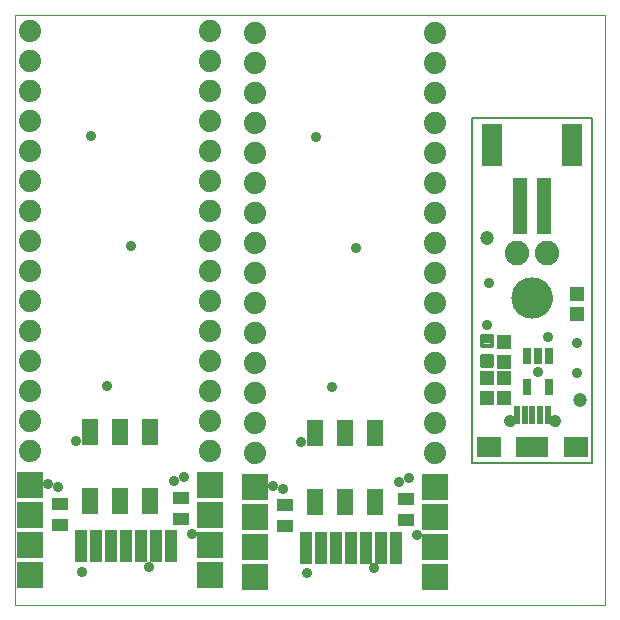
<source format=gts>
G75*
%MOIN*%
%OFA0B0*%
%FSLAX25Y25*%
%IPPOS*%
%LPD*%
%AMOC8*
5,1,8,0,0,1.08239X$1,22.5*
%
%ADD10C,0.00004*%
%ADD11C,0.00800*%
%ADD12C,0.07400*%
%ADD13R,0.05800X0.08800*%
%ADD14R,0.04343X0.10643*%
%ADD15R,0.08800X0.08800*%
%ADD16R,0.05524X0.03950*%
%ADD17C,0.01421*%
%ADD18R,0.04737X0.05131*%
%ADD19R,0.02965X0.05524*%
%ADD20C,0.00000*%
%ADD21C,0.13800*%
%ADD22C,0.08200*%
%ADD23R,0.02375X0.06312*%
%ADD24C,0.04146*%
%ADD25R,0.07874X0.06693*%
%ADD26R,0.10630X0.06693*%
%ADD27C,0.04737*%
%ADD28R,0.04737X0.18910*%
%ADD29R,0.07099X0.14186*%
%ADD30C,0.03600*%
%ADD31C,0.03556*%
%ADD32C,0.03587*%
D10*
X0001500Y0052494D02*
X0001500Y0249344D01*
X0198350Y0249344D01*
X0198350Y0052494D01*
X0001500Y0052494D01*
D11*
X0154000Y0099994D02*
X0194000Y0099994D01*
X0194000Y0214994D01*
X0154000Y0214994D01*
X0154000Y0099994D01*
D12*
X0141500Y0103305D03*
X0141500Y0113305D03*
X0141500Y0123305D03*
X0141500Y0133305D03*
X0141500Y0143305D03*
X0141500Y0153305D03*
X0141500Y0163305D03*
X0141500Y0173305D03*
X0141500Y0183305D03*
X0141500Y0193305D03*
X0141500Y0203305D03*
X0141500Y0213305D03*
X0141500Y0223305D03*
X0141500Y0233305D03*
X0141500Y0243305D03*
X0081500Y0243305D03*
X0081500Y0233305D03*
X0081500Y0223305D03*
X0081500Y0213305D03*
X0081500Y0203305D03*
X0081500Y0193305D03*
X0081500Y0183305D03*
X0081500Y0173305D03*
X0081500Y0163305D03*
X0081500Y0153305D03*
X0081500Y0143305D03*
X0081500Y0133305D03*
X0081500Y0123305D03*
X0081500Y0113305D03*
X0081500Y0103305D03*
X0066500Y0103805D03*
X0066500Y0113805D03*
X0066500Y0123805D03*
X0066500Y0133805D03*
X0066500Y0143805D03*
X0066500Y0153805D03*
X0066500Y0163805D03*
X0066500Y0173805D03*
X0066500Y0183805D03*
X0066500Y0193805D03*
X0066500Y0203805D03*
X0066500Y0213805D03*
X0066500Y0223805D03*
X0066500Y0233805D03*
X0066500Y0243805D03*
X0006500Y0243805D03*
X0006500Y0233805D03*
X0006500Y0223805D03*
X0006500Y0213805D03*
X0006500Y0203805D03*
X0006500Y0193805D03*
X0006500Y0183805D03*
X0006500Y0173805D03*
X0006500Y0163805D03*
X0006500Y0153805D03*
X0006500Y0143805D03*
X0006500Y0133805D03*
X0006500Y0123805D03*
X0006500Y0113805D03*
X0006500Y0103805D03*
D13*
X0026500Y0110305D03*
X0036500Y0110305D03*
X0046500Y0110305D03*
X0046500Y0087305D03*
X0036500Y0087305D03*
X0026500Y0087305D03*
X0101500Y0086805D03*
X0111500Y0086805D03*
X0121500Y0086805D03*
X0121500Y0109805D03*
X0111500Y0109805D03*
X0101500Y0109805D03*
D14*
X0103583Y0071722D03*
X0098583Y0071722D03*
X0108583Y0071722D03*
X0113583Y0071722D03*
X0118583Y0071722D03*
X0123583Y0071722D03*
X0128583Y0071722D03*
X0053583Y0072222D03*
X0048583Y0072222D03*
X0043583Y0072222D03*
X0038583Y0072222D03*
X0033583Y0072222D03*
X0028583Y0072222D03*
X0023583Y0072222D03*
D15*
X0006500Y0072494D03*
X0006500Y0062494D03*
X0006500Y0082494D03*
X0006500Y0092494D03*
X0066500Y0092494D03*
X0066500Y0082494D03*
X0066500Y0072494D03*
X0066500Y0062494D03*
X0081500Y0061994D03*
X0081500Y0071994D03*
X0081500Y0081994D03*
X0081500Y0091994D03*
X0141500Y0091994D03*
X0141500Y0081994D03*
X0141500Y0071994D03*
X0141500Y0061994D03*
D16*
X0132000Y0080762D03*
X0132000Y0087848D03*
X0091500Y0085848D03*
X0091500Y0078762D03*
X0057000Y0081262D03*
X0057000Y0088348D03*
X0016500Y0086348D03*
X0016500Y0079262D03*
D17*
X0157342Y0132153D02*
X0160658Y0132153D01*
X0157342Y0132153D02*
X0157342Y0135469D01*
X0160658Y0135469D01*
X0160658Y0132153D01*
X0160658Y0133573D02*
X0157342Y0133573D01*
X0157342Y0134993D02*
X0160658Y0134993D01*
X0160658Y0139059D02*
X0157342Y0139059D01*
X0157342Y0142375D01*
X0160658Y0142375D01*
X0160658Y0139059D01*
X0160658Y0140479D02*
X0157342Y0140479D01*
X0157342Y0141899D02*
X0160658Y0141899D01*
D18*
X0164450Y0140251D03*
X0164450Y0133558D03*
X0164440Y0128111D03*
X0164440Y0121418D03*
X0158950Y0121428D03*
X0158950Y0128121D03*
X0189050Y0149618D03*
X0189050Y0156311D03*
D19*
X0179640Y0135483D03*
X0175900Y0135483D03*
X0172160Y0135483D03*
X0172160Y0125246D03*
X0179640Y0125246D03*
D20*
X0179807Y0113936D02*
X0179809Y0114017D01*
X0179815Y0114099D01*
X0179825Y0114180D01*
X0179839Y0114260D01*
X0179856Y0114339D01*
X0179878Y0114418D01*
X0179903Y0114495D01*
X0179932Y0114572D01*
X0179965Y0114646D01*
X0180002Y0114719D01*
X0180041Y0114790D01*
X0180085Y0114859D01*
X0180131Y0114926D01*
X0180181Y0114990D01*
X0180234Y0115052D01*
X0180290Y0115112D01*
X0180348Y0115168D01*
X0180410Y0115222D01*
X0180474Y0115273D01*
X0180540Y0115320D01*
X0180608Y0115364D01*
X0180679Y0115405D01*
X0180751Y0115442D01*
X0180826Y0115476D01*
X0180901Y0115506D01*
X0180979Y0115532D01*
X0181057Y0115555D01*
X0181136Y0115573D01*
X0181216Y0115588D01*
X0181297Y0115599D01*
X0181378Y0115606D01*
X0181460Y0115609D01*
X0181541Y0115608D01*
X0181622Y0115603D01*
X0181703Y0115594D01*
X0181784Y0115581D01*
X0181864Y0115564D01*
X0181942Y0115544D01*
X0182020Y0115519D01*
X0182097Y0115491D01*
X0182172Y0115459D01*
X0182245Y0115424D01*
X0182316Y0115385D01*
X0182386Y0115342D01*
X0182453Y0115297D01*
X0182519Y0115248D01*
X0182581Y0115196D01*
X0182641Y0115140D01*
X0182698Y0115082D01*
X0182753Y0115022D01*
X0182804Y0114958D01*
X0182852Y0114893D01*
X0182897Y0114825D01*
X0182939Y0114755D01*
X0182977Y0114683D01*
X0183012Y0114609D01*
X0183043Y0114534D01*
X0183070Y0114457D01*
X0183093Y0114379D01*
X0183113Y0114300D01*
X0183129Y0114220D01*
X0183141Y0114139D01*
X0183149Y0114058D01*
X0183153Y0113977D01*
X0183153Y0113895D01*
X0183149Y0113814D01*
X0183141Y0113733D01*
X0183129Y0113652D01*
X0183113Y0113572D01*
X0183093Y0113493D01*
X0183070Y0113415D01*
X0183043Y0113338D01*
X0183012Y0113263D01*
X0182977Y0113189D01*
X0182939Y0113117D01*
X0182897Y0113047D01*
X0182852Y0112979D01*
X0182804Y0112914D01*
X0182753Y0112850D01*
X0182698Y0112790D01*
X0182641Y0112732D01*
X0182581Y0112676D01*
X0182519Y0112624D01*
X0182453Y0112575D01*
X0182386Y0112530D01*
X0182317Y0112487D01*
X0182245Y0112448D01*
X0182172Y0112413D01*
X0182097Y0112381D01*
X0182020Y0112353D01*
X0181942Y0112328D01*
X0181864Y0112308D01*
X0181784Y0112291D01*
X0181703Y0112278D01*
X0181622Y0112269D01*
X0181541Y0112264D01*
X0181460Y0112263D01*
X0181378Y0112266D01*
X0181297Y0112273D01*
X0181216Y0112284D01*
X0181136Y0112299D01*
X0181057Y0112317D01*
X0180979Y0112340D01*
X0180901Y0112366D01*
X0180826Y0112396D01*
X0180751Y0112430D01*
X0180679Y0112467D01*
X0180608Y0112508D01*
X0180540Y0112552D01*
X0180474Y0112599D01*
X0180410Y0112650D01*
X0180348Y0112704D01*
X0180290Y0112760D01*
X0180234Y0112820D01*
X0180181Y0112882D01*
X0180131Y0112946D01*
X0180085Y0113013D01*
X0180041Y0113082D01*
X0180002Y0113153D01*
X0179965Y0113226D01*
X0179932Y0113300D01*
X0179903Y0113377D01*
X0179878Y0113454D01*
X0179856Y0113533D01*
X0179839Y0113612D01*
X0179825Y0113692D01*
X0179815Y0113773D01*
X0179809Y0113855D01*
X0179807Y0113936D01*
X0164847Y0113936D02*
X0164849Y0114017D01*
X0164855Y0114099D01*
X0164865Y0114180D01*
X0164879Y0114260D01*
X0164896Y0114339D01*
X0164918Y0114418D01*
X0164943Y0114495D01*
X0164972Y0114572D01*
X0165005Y0114646D01*
X0165042Y0114719D01*
X0165081Y0114790D01*
X0165125Y0114859D01*
X0165171Y0114926D01*
X0165221Y0114990D01*
X0165274Y0115052D01*
X0165330Y0115112D01*
X0165388Y0115168D01*
X0165450Y0115222D01*
X0165514Y0115273D01*
X0165580Y0115320D01*
X0165648Y0115364D01*
X0165719Y0115405D01*
X0165791Y0115442D01*
X0165866Y0115476D01*
X0165941Y0115506D01*
X0166019Y0115532D01*
X0166097Y0115555D01*
X0166176Y0115573D01*
X0166256Y0115588D01*
X0166337Y0115599D01*
X0166418Y0115606D01*
X0166500Y0115609D01*
X0166581Y0115608D01*
X0166662Y0115603D01*
X0166743Y0115594D01*
X0166824Y0115581D01*
X0166904Y0115564D01*
X0166982Y0115544D01*
X0167060Y0115519D01*
X0167137Y0115491D01*
X0167212Y0115459D01*
X0167285Y0115424D01*
X0167356Y0115385D01*
X0167426Y0115342D01*
X0167493Y0115297D01*
X0167559Y0115248D01*
X0167621Y0115196D01*
X0167681Y0115140D01*
X0167738Y0115082D01*
X0167793Y0115022D01*
X0167844Y0114958D01*
X0167892Y0114893D01*
X0167937Y0114825D01*
X0167979Y0114755D01*
X0168017Y0114683D01*
X0168052Y0114609D01*
X0168083Y0114534D01*
X0168110Y0114457D01*
X0168133Y0114379D01*
X0168153Y0114300D01*
X0168169Y0114220D01*
X0168181Y0114139D01*
X0168189Y0114058D01*
X0168193Y0113977D01*
X0168193Y0113895D01*
X0168189Y0113814D01*
X0168181Y0113733D01*
X0168169Y0113652D01*
X0168153Y0113572D01*
X0168133Y0113493D01*
X0168110Y0113415D01*
X0168083Y0113338D01*
X0168052Y0113263D01*
X0168017Y0113189D01*
X0167979Y0113117D01*
X0167937Y0113047D01*
X0167892Y0112979D01*
X0167844Y0112914D01*
X0167793Y0112850D01*
X0167738Y0112790D01*
X0167681Y0112732D01*
X0167621Y0112676D01*
X0167559Y0112624D01*
X0167493Y0112575D01*
X0167426Y0112530D01*
X0167357Y0112487D01*
X0167285Y0112448D01*
X0167212Y0112413D01*
X0167137Y0112381D01*
X0167060Y0112353D01*
X0166982Y0112328D01*
X0166904Y0112308D01*
X0166824Y0112291D01*
X0166743Y0112278D01*
X0166662Y0112269D01*
X0166581Y0112264D01*
X0166500Y0112263D01*
X0166418Y0112266D01*
X0166337Y0112273D01*
X0166256Y0112284D01*
X0166176Y0112299D01*
X0166097Y0112317D01*
X0166019Y0112340D01*
X0165941Y0112366D01*
X0165866Y0112396D01*
X0165791Y0112430D01*
X0165719Y0112467D01*
X0165648Y0112508D01*
X0165580Y0112552D01*
X0165514Y0112599D01*
X0165450Y0112650D01*
X0165388Y0112704D01*
X0165330Y0112760D01*
X0165274Y0112820D01*
X0165221Y0112882D01*
X0165171Y0112946D01*
X0165125Y0113013D01*
X0165081Y0113082D01*
X0165042Y0113153D01*
X0165005Y0113226D01*
X0164972Y0113300D01*
X0164943Y0113377D01*
X0164918Y0113454D01*
X0164896Y0113533D01*
X0164879Y0113612D01*
X0164865Y0113692D01*
X0164855Y0113773D01*
X0164849Y0113855D01*
X0164847Y0113936D01*
X0167500Y0154994D02*
X0167502Y0155155D01*
X0167508Y0155315D01*
X0167518Y0155476D01*
X0167532Y0155636D01*
X0167550Y0155796D01*
X0167571Y0155955D01*
X0167597Y0156114D01*
X0167627Y0156272D01*
X0167660Y0156429D01*
X0167698Y0156586D01*
X0167739Y0156741D01*
X0167784Y0156895D01*
X0167833Y0157048D01*
X0167886Y0157200D01*
X0167942Y0157351D01*
X0168003Y0157500D01*
X0168066Y0157648D01*
X0168134Y0157794D01*
X0168205Y0157938D01*
X0168279Y0158080D01*
X0168357Y0158221D01*
X0168439Y0158359D01*
X0168524Y0158496D01*
X0168612Y0158630D01*
X0168704Y0158762D01*
X0168799Y0158892D01*
X0168897Y0159020D01*
X0168998Y0159145D01*
X0169102Y0159267D01*
X0169209Y0159387D01*
X0169319Y0159504D01*
X0169432Y0159619D01*
X0169548Y0159730D01*
X0169667Y0159839D01*
X0169788Y0159944D01*
X0169912Y0160047D01*
X0170038Y0160147D01*
X0170166Y0160243D01*
X0170297Y0160336D01*
X0170431Y0160426D01*
X0170566Y0160513D01*
X0170704Y0160596D01*
X0170843Y0160676D01*
X0170985Y0160752D01*
X0171128Y0160825D01*
X0171273Y0160894D01*
X0171420Y0160960D01*
X0171568Y0161022D01*
X0171718Y0161080D01*
X0171869Y0161135D01*
X0172022Y0161186D01*
X0172176Y0161233D01*
X0172331Y0161276D01*
X0172487Y0161315D01*
X0172643Y0161351D01*
X0172801Y0161382D01*
X0172959Y0161410D01*
X0173118Y0161434D01*
X0173278Y0161454D01*
X0173438Y0161470D01*
X0173598Y0161482D01*
X0173759Y0161490D01*
X0173920Y0161494D01*
X0174080Y0161494D01*
X0174241Y0161490D01*
X0174402Y0161482D01*
X0174562Y0161470D01*
X0174722Y0161454D01*
X0174882Y0161434D01*
X0175041Y0161410D01*
X0175199Y0161382D01*
X0175357Y0161351D01*
X0175513Y0161315D01*
X0175669Y0161276D01*
X0175824Y0161233D01*
X0175978Y0161186D01*
X0176131Y0161135D01*
X0176282Y0161080D01*
X0176432Y0161022D01*
X0176580Y0160960D01*
X0176727Y0160894D01*
X0176872Y0160825D01*
X0177015Y0160752D01*
X0177157Y0160676D01*
X0177296Y0160596D01*
X0177434Y0160513D01*
X0177569Y0160426D01*
X0177703Y0160336D01*
X0177834Y0160243D01*
X0177962Y0160147D01*
X0178088Y0160047D01*
X0178212Y0159944D01*
X0178333Y0159839D01*
X0178452Y0159730D01*
X0178568Y0159619D01*
X0178681Y0159504D01*
X0178791Y0159387D01*
X0178898Y0159267D01*
X0179002Y0159145D01*
X0179103Y0159020D01*
X0179201Y0158892D01*
X0179296Y0158762D01*
X0179388Y0158630D01*
X0179476Y0158496D01*
X0179561Y0158359D01*
X0179643Y0158221D01*
X0179721Y0158080D01*
X0179795Y0157938D01*
X0179866Y0157794D01*
X0179934Y0157648D01*
X0179997Y0157500D01*
X0180058Y0157351D01*
X0180114Y0157200D01*
X0180167Y0157048D01*
X0180216Y0156895D01*
X0180261Y0156741D01*
X0180302Y0156586D01*
X0180340Y0156429D01*
X0180373Y0156272D01*
X0180403Y0156114D01*
X0180429Y0155955D01*
X0180450Y0155796D01*
X0180468Y0155636D01*
X0180482Y0155476D01*
X0180492Y0155315D01*
X0180498Y0155155D01*
X0180500Y0154994D01*
X0180498Y0154833D01*
X0180492Y0154673D01*
X0180482Y0154512D01*
X0180468Y0154352D01*
X0180450Y0154192D01*
X0180429Y0154033D01*
X0180403Y0153874D01*
X0180373Y0153716D01*
X0180340Y0153559D01*
X0180302Y0153402D01*
X0180261Y0153247D01*
X0180216Y0153093D01*
X0180167Y0152940D01*
X0180114Y0152788D01*
X0180058Y0152637D01*
X0179997Y0152488D01*
X0179934Y0152340D01*
X0179866Y0152194D01*
X0179795Y0152050D01*
X0179721Y0151908D01*
X0179643Y0151767D01*
X0179561Y0151629D01*
X0179476Y0151492D01*
X0179388Y0151358D01*
X0179296Y0151226D01*
X0179201Y0151096D01*
X0179103Y0150968D01*
X0179002Y0150843D01*
X0178898Y0150721D01*
X0178791Y0150601D01*
X0178681Y0150484D01*
X0178568Y0150369D01*
X0178452Y0150258D01*
X0178333Y0150149D01*
X0178212Y0150044D01*
X0178088Y0149941D01*
X0177962Y0149841D01*
X0177834Y0149745D01*
X0177703Y0149652D01*
X0177569Y0149562D01*
X0177434Y0149475D01*
X0177296Y0149392D01*
X0177157Y0149312D01*
X0177015Y0149236D01*
X0176872Y0149163D01*
X0176727Y0149094D01*
X0176580Y0149028D01*
X0176432Y0148966D01*
X0176282Y0148908D01*
X0176131Y0148853D01*
X0175978Y0148802D01*
X0175824Y0148755D01*
X0175669Y0148712D01*
X0175513Y0148673D01*
X0175357Y0148637D01*
X0175199Y0148606D01*
X0175041Y0148578D01*
X0174882Y0148554D01*
X0174722Y0148534D01*
X0174562Y0148518D01*
X0174402Y0148506D01*
X0174241Y0148498D01*
X0174080Y0148494D01*
X0173920Y0148494D01*
X0173759Y0148498D01*
X0173598Y0148506D01*
X0173438Y0148518D01*
X0173278Y0148534D01*
X0173118Y0148554D01*
X0172959Y0148578D01*
X0172801Y0148606D01*
X0172643Y0148637D01*
X0172487Y0148673D01*
X0172331Y0148712D01*
X0172176Y0148755D01*
X0172022Y0148802D01*
X0171869Y0148853D01*
X0171718Y0148908D01*
X0171568Y0148966D01*
X0171420Y0149028D01*
X0171273Y0149094D01*
X0171128Y0149163D01*
X0170985Y0149236D01*
X0170843Y0149312D01*
X0170704Y0149392D01*
X0170566Y0149475D01*
X0170431Y0149562D01*
X0170297Y0149652D01*
X0170166Y0149745D01*
X0170038Y0149841D01*
X0169912Y0149941D01*
X0169788Y0150044D01*
X0169667Y0150149D01*
X0169548Y0150258D01*
X0169432Y0150369D01*
X0169319Y0150484D01*
X0169209Y0150601D01*
X0169102Y0150721D01*
X0168998Y0150843D01*
X0168897Y0150968D01*
X0168799Y0151096D01*
X0168704Y0151226D01*
X0168612Y0151358D01*
X0168524Y0151492D01*
X0168439Y0151629D01*
X0168357Y0151767D01*
X0168279Y0151908D01*
X0168205Y0152050D01*
X0168134Y0152194D01*
X0168066Y0152340D01*
X0168003Y0152488D01*
X0167942Y0152637D01*
X0167886Y0152788D01*
X0167833Y0152940D01*
X0167784Y0153093D01*
X0167739Y0153247D01*
X0167698Y0153402D01*
X0167660Y0153559D01*
X0167627Y0153716D01*
X0167597Y0153874D01*
X0167571Y0154033D01*
X0167550Y0154192D01*
X0167532Y0154352D01*
X0167518Y0154512D01*
X0167508Y0154673D01*
X0167502Y0154833D01*
X0167500Y0154994D01*
D21*
X0174000Y0154994D03*
D22*
X0169000Y0169994D03*
X0179000Y0169994D03*
D23*
X0179118Y0115904D03*
X0176559Y0115904D03*
X0174000Y0115904D03*
X0171441Y0115904D03*
X0168882Y0115904D03*
D24*
X0166520Y0113936D03*
X0181480Y0113936D03*
D25*
X0188504Y0105274D03*
X0159496Y0105274D03*
D26*
X0174000Y0105274D03*
D27*
X0189850Y0120944D03*
X0159000Y0174994D03*
D28*
X0170063Y0185427D03*
X0177937Y0185427D03*
D29*
X0187386Y0205900D03*
X0160614Y0205900D03*
D30*
X0189000Y0139994D03*
X0189000Y0129994D03*
X0189000Y0129994D03*
D31*
X0135427Y0075767D03*
X0121083Y0064853D03*
X0098991Y0063219D03*
X0090899Y0091268D03*
X0087544Y0092263D03*
X0096920Y0106744D03*
X0107340Y0125109D03*
X0129715Y0093468D03*
X0133000Y0094741D03*
X0115087Y0171676D03*
X0101866Y0208499D03*
X0040087Y0172176D03*
X0026866Y0208999D03*
X0032340Y0125609D03*
X0021920Y0107244D03*
X0012544Y0092763D03*
X0015899Y0091768D03*
X0023991Y0063719D03*
X0046083Y0065353D03*
X0060427Y0076267D03*
X0054715Y0093968D03*
X0058000Y0095241D03*
D32*
X0159340Y0105164D03*
X0173930Y0105204D03*
X0188600Y0105104D03*
X0175880Y0130324D03*
X0179390Y0141784D03*
X0158950Y0145774D03*
X0159610Y0159784D03*
M02*

</source>
